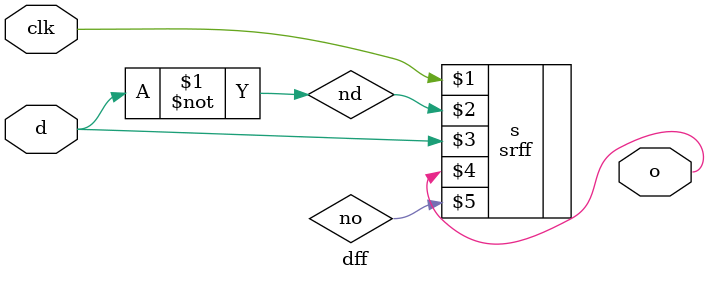
<source format=v>
module dff(
	input clk,
	input d,
	output o
);
wire nd, no;
not(nd, d);
srff s(clk, nd, d, o, no);
// intentionally flipped
endmodule

</source>
